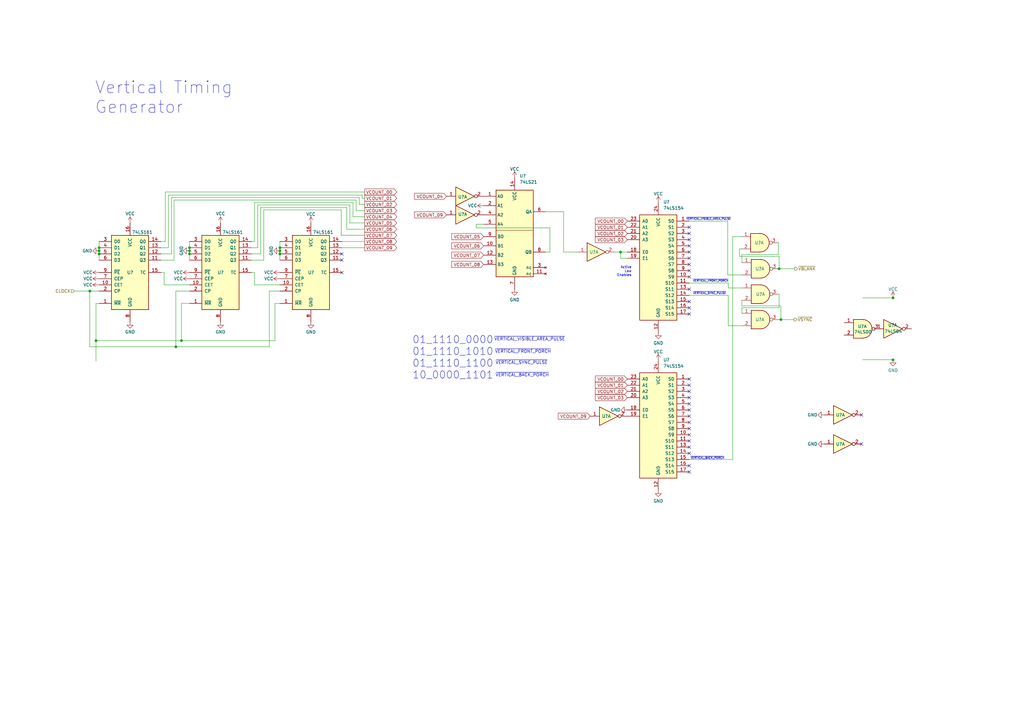
<source format=kicad_sch>
(kicad_sch (version 20211123) (generator eeschema)
  (paper "A3")
  (lib_symbols
    (symbol "74xx:74LS00" (pin_names (offset 1.016))
      (property "Reference" "U" (at 0 1.27 0))
      (property "Value" "74LS00" (at 0 -1.27 0))
      (symbol "74LS00_1_1"
        (arc (start 0 -3.81) (mid 3.81 0) (end 0 3.81) (stroke (width 0.254)) (fill (type background)))
        (polyline (pts (xy 0 3.81) (xy -3.81 3.81) (xy -3.81 -3.81) (xy 0 -3.81)) (stroke (width 0.254)) (fill (type background)))
        (pin input line (at -7.62 2.54 0) (length 3.81) (name "~") (number "1"))
        (pin input line (at -7.62 -2.54 0) (length 3.81) (name "~") (number "2"))
        (pin output inverted (at 7.62 0 180) (length 3.81) (name "~") (number "3"))
      )
      (symbol "74LS00_1_2"
        (arc (start -3.81 -3.81) (mid -2.589 0) (end -3.81 3.81) (stroke (width 0.254)))
        (arc (start -0.6096 -3.81) (mid 2.1855 -2.584) (end 3.81 0) (stroke (width 0.254)) (fill (type background)))
        (polyline (pts (xy -3.81 -3.81) (xy -0.635 -3.81)) (stroke (width 0.254)) (fill (type background)))
        (polyline (pts (xy -3.81 3.81) (xy -0.635 3.81)) (stroke (width 0.254)) (fill (type background)))
        (polyline (pts (xy -0.635 3.81) (xy -3.81 3.81) (xy -3.81 3.81) (xy -3.556 3.4036) (xy -3.0226 2.2606) (xy -2.6924 1.0414) (xy -2.6162 -0.254) (xy -2.7686 -1.4986) (xy -3.175 -2.7178) (xy -3.81 -3.81) (xy -3.81 -3.81) (xy -0.635 -3.81)) (stroke (width -25.4)) (fill (type background)))
        (arc (start 3.81 0) (mid 2.1928 2.5925) (end -0.6096 3.81) (stroke (width 0.254)) (fill (type background)))
        (pin input inverted (at -7.62 2.54 0) (length 4.318) (name "~") (number "1"))
        (pin input inverted (at -7.62 -2.54 0) (length 4.318) (name "~") (number "2"))
        (pin output line (at 7.62 0 180) (length 3.81) (name "~") (number "3"))
      )
      (symbol "74LS00_2_1"
        (arc (start 0 -3.81) (mid 3.81 0) (end 0 3.81) (stroke (width 0.254)) (fill (type background)))
        (polyline (pts (xy 0 3.81) (xy -3.81 3.81) (xy -3.81 -3.81) (xy 0 -3.81)) (stroke (width 0.254)) (fill (type background)))
        (pin input line (at -7.62 2.54 0) (length 3.81) (name "~") (number "4"))
        (pin input line (at -7.62 -2.54 0) (length 3.81) (name "~") (number "5"))
        (pin output inverted (at 7.62 0 180) (length 3.81) (name "~") (number "6"))
      )
      (symbol "74LS00_2_2"
        (arc (start -3.81 -3.81) (mid -2.589 0) (end -3.81 3.81) (stroke (width 0.254)))
        (arc (start -0.6096 -3.81) (mid 2.1855 -2.584) (end 3.81 0) (stroke (width 0.254)) (fill (type background)))
        (polyline (pts (xy -3.81 -3.81) (xy -0.635 -3.81)) (stroke (width 0.254)) (fill (type background)))
        (polyline (pts (xy -3.81 3.81) (xy -0.635 3.81)) (stroke (width 0.254)) (fill (type background)))
        (polyline (pts (xy -0.635 3.81) (xy -3.81 3.81) (xy -3.81 3.81) (xy -3.556 3.4036) (xy -3.0226 2.2606) (xy -2.6924 1.0414) (xy -2.6162 -0.254) (xy -2.7686 -1.4986) (xy -3.175 -2.7178) (xy -3.81 -3.81) (xy -3.81 -3.81) (xy -0.635 -3.81)) (stroke (width -25.4)) (fill (type background)))
        (arc (start 3.81 0) (mid 2.1928 2.5925) (end -0.6096 3.81) (stroke (width 0.254)) (fill (type background)))
        (pin input inverted (at -7.62 2.54 0) (length 4.318) (name "~") (number "4"))
        (pin input inverted (at -7.62 -2.54 0) (length 4.318) (name "~") (number "5"))
        (pin output line (at 7.62 0 180) (length 3.81) (name "~") (number "6"))
      )
      (symbol "74LS00_3_1"
        (arc (start 0 -3.81) (mid 3.81 0) (end 0 3.81) (stroke (width 0.254)) (fill (type background)))
        (polyline (pts (xy 0 3.81) (xy -3.81 3.81) (xy -3.81 -3.81) (xy 0 -3.81)) (stroke (width 0.254)) (fill (type background)))
        (pin input line (at -7.62 -2.54 0) (length 3.81) (name "~") (number "10"))
        (pin output inverted (at 7.62 0 180) (length 3.81) (name "~") (number "8"))
        (pin input line (at -7.62 2.54 0) (length 3.81) (name "~") (number "9"))
      )
      (symbol "74LS00_3_2"
        (arc (start -3.81 -3.81) (mid -2.589 0) (end -3.81 3.81) (stroke (width 0.254)))
        (arc (start -0.6096 -3.81) (mid 2.1855 -2.584) (end 3.81 0) (stroke (width 0.254)) (fill (type background)))
        (polyline (pts (xy -3.81 -3.81) (xy -0.635 -3.81)) (stroke (width 0.254)) (fill (type background)))
        (polyline (pts (xy -3.81 3.81) (xy -0.635 3.81)) (stroke (width 0.254)) (fill (type background)))
        (polyline (pts (xy -0.635 3.81) (xy -3.81 3.81) (xy -3.81 3.81) (xy -3.556 3.4036) (xy -3.0226 2.2606) (xy -2.6924 1.0414) (xy -2.6162 -0.254) (xy -2.7686 -1.4986) (xy -3.175 -2.7178) (xy -3.81 -3.81) (xy -3.81 -3.81) (xy -0.635 -3.81)) (stroke (width -25.4)) (fill (type background)))
        (arc (start 3.81 0) (mid 2.1928 2.5925) (end -0.6096 3.81) (stroke (width 0.254)) (fill (type background)))
        (pin input inverted (at -7.62 -2.54 0) (length 4.318) (name "~") (number "10"))
        (pin output line (at 7.62 0 180) (length 3.81) (name "~") (number "8"))
        (pin input inverted (at -7.62 2.54 0) (length 4.318) (name "~") (number "9"))
      )
      (symbol "74LS00_4_1"
        (arc (start 0 -3.81) (mid 3.81 0) (end 0 3.81) (stroke (width 0.254)) (fill (type background)))
        (polyline (pts (xy 0 3.81) (xy -3.81 3.81) (xy -3.81 -3.81) (xy 0 -3.81)) (stroke (width 0.254)) (fill (type background)))
        (pin output inverted (at 7.62 0 180) (length 3.81) (name "~") (number "11"))
        (pin input line (at -7.62 2.54 0) (length 3.81) (name "~") (number "12"))
        (pin input line (at -7.62 -2.54 0) (length 3.81) (name "~") (number "13"))
      )
      (symbol "74LS00_4_2"
        (arc (start -3.81 -3.81) (mid -2.589 0) (end -3.81 3.81) (stroke (width 0.254)))
        (arc (start -0.6096 -3.81) (mid 2.1855 -2.584) (end 3.81 0) (stroke (width 0.254)) (fill (type background)))
        (polyline (pts (xy -3.81 -3.81) (xy -0.635 -3.81)) (stroke (width 0.254)) (fill (type background)))
        (polyline (pts (xy -3.81 3.81) (xy -0.635 3.81)) (stroke (width 0.254)) (fill (type background)))
        (polyline (pts (xy -0.635 3.81) (xy -3.81 3.81) (xy -3.81 3.81) (xy -3.556 3.4036) (xy -3.0226 2.2606) (xy -2.6924 1.0414) (xy -2.6162 -0.254) (xy -2.7686 -1.4986) (xy -3.175 -2.7178) (xy -3.81 -3.81) (xy -3.81 -3.81) (xy -0.635 -3.81)) (stroke (width -25.4)) (fill (type background)))
        (arc (start 3.81 0) (mid 2.1928 2.5925) (end -0.6096 3.81) (stroke (width 0.254)) (fill (type background)))
        (pin output line (at 7.62 0 180) (length 3.81) (name "~") (number "11"))
        (pin input inverted (at -7.62 2.54 0) (length 4.318) (name "~") (number "12"))
        (pin input inverted (at -7.62 -2.54 0) (length 4.318) (name "~") (number "13"))
      )
      (symbol "74LS00_5_0"
        (pin power_in line (at 0 12.7 270) (length 5.08) (name "VCC") (number "14"))
        (pin power_in line (at 0 -12.7 90) (length 5.08) (name "GND") (number "7"))
      )
      (symbol "74LS00_5_1"
        (rectangle (start -5.08 7.62) (end 5.08 -7.62) (stroke (width 0.254)) (fill (type background)))
      )
    )
    (symbol "74xx:74LS04"
      (property "Reference" "U" (at 0 1.27 0))
      (property "Value" "74LS04" (at 0 -1.27 0))
      (symbol "74LS04_1_0"
        (polyline (pts (xy -3.81 3.81) (xy -3.81 -3.81) (xy 3.81 0) (xy -3.81 3.81)) (stroke (width 0.254)) (fill (type background)))
        (pin input line (at -7.62 0 0) (length 3.81) (name "~") (number "1"))
        (pin output inverted (at 7.62 0 180) (length 3.81) (name "~") (number "2"))
      )
      (symbol "74LS04_2_0"
        (polyline (pts (xy -3.81 3.81) (xy -3.81 -3.81) (xy 3.81 0) (xy -3.81 3.81)) (stroke (width 0.254)) (fill (type background)))
        (pin input line (at -7.62 0 0) (length 3.81) (name "~") (number "3"))
        (pin output inverted (at 7.62 0 180) (length 3.81) (name "~") (number "4"))
      )
      (symbol "74LS04_3_0"
        (polyline (pts (xy -3.81 3.81) (xy -3.81 -3.81) (xy 3.81 0) (xy -3.81 3.81)) (stroke (width 0.254)) (fill (type background)))
        (pin input line (at -7.62 0 0) (length 3.81) (name "~") (number "5"))
        (pin output inverted (at 7.62 0 180) (length 3.81) (name "~") (number "6"))
      )
      (symbol "74LS04_4_0"
        (polyline (pts (xy -3.81 3.81) (xy -3.81 -3.81) (xy 3.81 0) (xy -3.81 3.81)) (stroke (width 0.254)) (fill (type background)))
        (pin output inverted (at 7.62 0 180) (length 3.81) (name "~") (number "8"))
        (pin input line (at -7.62 0 0) (length 3.81) (name "~") (number "9"))
      )
      (symbol "74LS04_5_0"
        (polyline (pts (xy -3.81 3.81) (xy -3.81 -3.81) (xy 3.81 0) (xy -3.81 3.81)) (stroke (width 0.254)) (fill (type background)))
        (pin output inverted (at 7.62 0 180) (length 3.81) (name "~") (number "10"))
        (pin input line (at -7.62 0 0) (length 3.81) (name "~") (number "11"))
      )
      (symbol "74LS04_6_0"
        (polyline (pts (xy -3.81 3.81) (xy -3.81 -3.81) (xy 3.81 0) (xy -3.81 3.81)) (stroke (width 0.254)) (fill (type background)))
        (pin output inverted (at 7.62 0 180) (length 3.81) (name "~") (number "12"))
        (pin input line (at -7.62 0 0) (length 3.81) (name "~") (number "13"))
      )
      (symbol "74LS04_7_0"
        (pin power_in line (at 0 12.7 270) (length 5.08) (name "VCC") (number "14"))
        (pin power_in line (at 0 -12.7 90) (length 5.08) (name "GND") (number "7"))
      )
      (symbol "74LS04_7_1"
        (rectangle (start -5.08 7.62) (end 5.08 -7.62) (stroke (width 0.254)) (fill (type background)))
      )
    )
    (symbol "74xx:74LS154" (pin_names (offset 1.016))
      (property "Reference" "U" (at -7.62 21.59 0))
      (property "Value" "74LS154" (at -7.62 -24.13 0))
      (symbol "74LS154_1_0"
        (pin output line (at 12.7 17.78 180) (length 5.08) (name "S0") (number "1"))
        (pin output line (at 12.7 -5.08 180) (length 5.08) (name "S9") (number "10"))
        (pin output line (at 12.7 -7.62 180) (length 5.08) (name "S10") (number "11"))
        (pin power_in line (at 0 -27.94 90) (length 5.08) (name "GND") (number "12"))
        (pin output line (at 12.7 -10.16 180) (length 5.08) (name "S11") (number "13"))
        (pin output line (at 12.7 -12.7 180) (length 5.08) (name "S12") (number "14"))
        (pin output line (at 12.7 -15.24 180) (length 5.08) (name "S13") (number "15"))
        (pin output line (at 12.7 -17.78 180) (length 5.08) (name "S14") (number "16"))
        (pin output line (at 12.7 -20.32 180) (length 5.08) (name "S15") (number "17"))
        (pin input line (at -12.7 5.08 0) (length 5.08) (name "E0") (number "18"))
        (pin input line (at -12.7 2.54 0) (length 5.08) (name "E1") (number "19"))
        (pin output line (at 12.7 15.24 180) (length 5.08) (name "S1") (number "2"))
        (pin input line (at -12.7 10.16 0) (length 5.08) (name "A3") (number "20"))
        (pin input line (at -12.7 12.7 0) (length 5.08) (name "A2") (number "21"))
        (pin input line (at -12.7 15.24 0) (length 5.08) (name "A1") (number "22"))
        (pin input line (at -12.7 17.78 0) (length 5.08) (name "A0") (number "23"))
        (pin power_in line (at 0 25.4 270) (length 5.08) (name "VCC") (number "24"))
        (pin output line (at 12.7 12.7 180) (length 5.08) (name "S2") (number "3"))
        (pin output line (at 12.7 10.16 180) (length 5.08) (name "S3") (number "4"))
        (pin output line (at 12.7 7.62 180) (length 5.08) (name "S4") (number "5"))
        (pin output line (at 12.7 5.08 180) (length 5.08) (name "S5") (number "6"))
        (pin output line (at 12.7 2.54 180) (length 5.08) (name "S6") (number "7"))
        (pin output line (at 12.7 0 180) (length 5.08) (name "S7") (number "8"))
        (pin output line (at 12.7 -2.54 180) (length 5.08) (name "S8") (number "9"))
      )
      (symbol "74LS154_1_1"
        (rectangle (start -7.62 20.32) (end 7.62 -22.86) (stroke (width 0.254)) (fill (type background)))
      )
    )
    (symbol "74xx:74LS161" (pin_names (offset 1.016))
      (property "Reference" "U" (at -7.62 16.51 0))
      (property "Value" "74LS161" (at -7.62 -16.51 0))
      (symbol "74LS161_1_0"
        (pin input line (at -12.7 -12.7 0) (length 5.08) (name "~{MR}") (number "1"))
        (pin input line (at -12.7 -5.08 0) (length 5.08) (name "CET") (number "10"))
        (pin output line (at 12.7 5.08 180) (length 5.08) (name "Q3") (number "11"))
        (pin output line (at 12.7 7.62 180) (length 5.08) (name "Q2") (number "12"))
        (pin output line (at 12.7 10.16 180) (length 5.08) (name "Q1") (number "13"))
        (pin output line (at 12.7 12.7 180) (length 5.08) (name "Q0") (number "14"))
        (pin output line (at 12.7 0 180) (length 5.08) (name "TC") (number "15"))
        (pin power_in line (at 0 20.32 270) (length 5.08) (name "VCC") (number "16"))
        (pin input line (at -12.7 -7.62 0) (length 5.08) (name "CP") (number "2"))
        (pin input line (at -12.7 12.7 0) (length 5.08) (name "D0") (number "3"))
        (pin input line (at -12.7 10.16 0) (length 5.08) (name "D1") (number "4"))
        (pin input line (at -12.7 7.62 0) (length 5.08) (name "D2") (number "5"))
        (pin input line (at -12.7 5.08 0) (length 5.08) (name "D3") (number "6"))
        (pin input line (at -12.7 -2.54 0) (length 5.08) (name "CEP") (number "7"))
        (pin power_in line (at 0 -20.32 90) (length 5.08) (name "GND") (number "8"))
        (pin input line (at -12.7 0 0) (length 5.08) (name "~{PE}") (number "9"))
      )
      (symbol "74LS161_1_1"
        (rectangle (start -7.62 15.24) (end 7.62 -15.24) (stroke (width 0.254)) (fill (type background)))
      )
    )
    (symbol "LIBRARY-8-bit-computer:74LS21"
      (property "Reference" "U" (at 6.35 -2.54 0))
      (property "Value" "74LS21" (at 6.35 -6.35 0))
      (symbol "74LS21_0_1"
        (polyline (pts (xy -6.35 -25.4) (xy 8.89 -25.4)))
      )
      (symbol "74LS21_1_0"
        (pin input line (at -11.43 -11.43 0) (length 5.08) (name "A0") (number "1"))
        (pin input line (at -11.43 -31.75 0) (length 5.08) (name "B1") (number "10"))
        (pin no_connect line (at 13.97 -43.18 180) (length 5.08) (name "nc") (number "11"))
        (pin input line (at -11.43 -35.56 0) (length 5.08) (name "B2") (number "12"))
        (pin input line (at -11.43 -39.37 0) (length 5.08) (name "B3") (number "13"))
        (pin power_in line (at 1.27 -3.81 270) (length 5.08) (name "VCC") (number "14"))
        (pin input line (at -11.43 -15.24 0) (length 5.08) (name "A1") (number "2"))
        (pin no_connect line (at 13.97 -40.64 180) (length 5.08) (name "nc") (number "3"))
        (pin input line (at -11.43 -19.05 0) (length 5.08) (name "A2") (number "4"))
        (pin input line (at -11.43 -22.86 0) (length 5.08) (name "A4") (number "5"))
        (pin output line (at 13.97 -17.78 180) (length 5.08) (name "QA") (number "6"))
        (pin power_in line (at 1.27 -49.53 90) (length 5.08) (name "GND") (number "7"))
        (pin output line (at 13.97 -34.29 180) (length 5.08) (name "QB") (number "8"))
        (pin input line (at -11.43 -27.94 0) (length 5.08) (name "B0") (number "9"))
      )
      (symbol "74LS21_1_1"
        (rectangle (start -6.35 -8.89) (end 8.89 -44.45) (stroke (width 0.254)) (fill (type background)))
      )
    )
    (symbol "power:GND" (power) (pin_names (offset 0))
      (property "Value" "GND" (at 0 -3.81 0))
      (symbol "GND_0_1"
        (polyline (pts (xy 0 0) (xy 0 -1.27) (xy 1.27 -1.27) (xy 0 -2.54) (xy -1.27 -1.27) (xy 0 -1.27)))
      )
      (symbol "GND_1_1"
        (pin power_in line (at 0 0 270) (length 0) hide (name "GND") (number "1"))
      )
    )
    (symbol "power:VCC" (power) (pin_names (offset 0))
      (property "Value" "VCC" (at 0 3.81 0))
      (symbol "VCC_0_1"
        (polyline (pts (xy -0.762 1.27) (xy 0 2.54)))
        (polyline (pts (xy 0 0) (xy 0 2.54)))
        (polyline (pts (xy 0 2.54) (xy 0.762 1.27)))
      )
      (symbol "VCC_1_1"
        (pin power_in line (at 0 0 90) (length 0) hide (name "VCC") (number "1"))
      )
    )
  )
  (junction (at 77.724 102.87))
  (junction (at 366.268 147.574))
  (junction (at 40.64 101.6))
  (junction (at 77.724 104.14))
  (junction (at 36.83 119.38))
  (junction (at 114.808 102.87))
  (junction (at 114.808 104.14))
  (junction (at 74.422 139.7))
  (junction (at 366.268 122.174))
  (junction (at 40.64 104.14))
  (junction (at 254.508 103.378))
  (junction (at 40.64 102.87))
  (junction (at 114.808 101.6))
  (junction (at 72.136 142.24))
  (junction (at 39.37 139.7))
  (junction (at 77.724 101.6))
  (junction (at 320.294 131.064))
  (junction (at 319.532 110.236))
  (no_connect (at 282.702 173.228))
  (no_connect (at 140.208 111.76))
  (no_connect (at 282.702 126.238))
  (no_connect (at 140.208 104.14))
  (no_connect (at 282.702 105.918))
  (no_connect (at 282.702 165.608))
  (no_connect (at 140.208 106.68))
  (no_connect (at 282.702 113.538))
  (no_connect (at 282.702 103.378))
  (no_connect (at 282.702 108.458))
  (no_connect (at 282.702 160.528))
  (no_connect (at 353.314 170.18))
  (no_connect (at 282.702 185.928))
  (no_connect (at 282.702 95.758))
  (no_connect (at 282.702 163.068))
  (no_connect (at 282.702 110.998))
  (no_connect (at 282.702 98.298))
  (no_connect (at 282.702 180.848))
  (no_connect (at 282.702 128.778))
  (no_connect (at 282.702 191.008))
  (no_connect (at 282.702 193.548))
  (no_connect (at 353.314 182.118))
  (no_connect (at 282.702 168.148))
  (no_connect (at 282.702 123.698))
  (no_connect (at 282.702 155.448))
  (no_connect (at 282.702 157.988))
  (no_connect (at 282.702 93.218))
  (no_connect (at 282.702 178.308))
  (no_connect (at 282.702 183.388))
  (no_connect (at 282.702 100.838))
  (no_connect (at 282.702 175.768))
  (no_connect (at 282.702 170.688))
  (no_connect (at 282.702 118.618))
  (wire (pts (xy 112.776 124.46) (xy 112.776 139.7)))
  (wire (pts (xy 142.24 93.98) (xy 142.24 85.09)))
  (wire (pts (xy 69.088 101.6) (xy 66.04 101.6)))
  (wire (pts (xy 225.552 93.472) (xy 195.326 93.472)))
  (wire (pts (xy 103.124 106.68) (xy 108.204 106.68)))
  (wire (pts (xy 77.724 119.38) (xy 72.136 119.38)))
  (wire (pts (xy 72.136 119.38) (xy 72.136 142.24)))
  (wire (pts (xy 142.24 85.09) (xy 106.934 85.09)))
  (wire (pts (xy 319.532 120.65) (xy 319.532 126.238)))
  (wire (pts (xy 298.45 90.678) (xy 298.45 112.776)))
  (wire (pts (xy 320.294 131.064) (xy 325.628 131.064)))
  (wire (pts (xy 149.606 99.06) (xy 140.208 99.06)))
  (wire (pts (xy 67.31 111.76) (xy 66.04 111.76)))
  (wire (pts (xy 143.51 84.074) (xy 143.51 91.44)))
  (wire (pts (xy 147.32 81.026) (xy 147.32 83.82)))
  (wire (pts (xy 104.394 99.06) (xy 103.124 99.06)))
  (wire (pts (xy 252.222 103.378) (xy 254.508 103.378)))
  (wire (pts (xy 319.532 110.236) (xy 325.882 110.236)))
  (wire (pts (xy 148.59 81.28) (xy 148.59 80.01)))
  (wire (pts (xy 319.532 110.236) (xy 319.532 105.156)))
  (wire (pts (xy 71.374 82.042) (xy 71.374 106.68)))
  (wire (pts (xy 320.294 125.476) (xy 304.292 125.476)))
  (wire (pts (xy 30.48 119.38) (xy 36.83 119.38)))
  (wire (pts (xy 143.51 91.44) (xy 149.606 91.44)))
  (wire (pts (xy 110.49 119.38) (xy 110.49 142.24)))
  (wire (pts (xy 39.37 139.7) (xy 74.422 139.7)))
  (wire (pts (xy 319.278 99.568) (xy 319.278 104.394)))
  (wire (pts (xy 114.808 104.14) (xy 114.808 106.68)))
  (wire (pts (xy 67.818 99.06) (xy 67.818 78.74)))
  (wire (pts (xy 71.374 106.68) (xy 66.04 106.68)))
  (wire (pts (xy 223.774 103.378) (xy 225.552 103.378)))
  (wire (pts (xy 108.204 106.68) (xy 108.204 86.106)))
  (wire (pts (xy 139.954 96.52) (xy 149.606 96.52)))
  (wire (pts (xy 300.482 97.028) (xy 300.482 188.468)))
  (wire (pts (xy 40.64 101.6) (xy 40.64 102.87)))
  (wire (pts (xy 195.326 91.948) (xy 198.374 91.948)))
  (wire (pts (xy 69.088 80.01) (xy 69.088 101.6)))
  (wire (pts (xy 254.508 105.918) (xy 254.508 103.378)))
  (wire (pts (xy 39.37 124.46) (xy 40.64 124.46)))
  (wire (pts (xy 298.704 116.078) (xy 298.704 118.11)))
  (wire (pts (xy 148.59 80.01) (xy 69.088 80.01)))
  (wire (pts (xy 319.532 105.156) (xy 303.276 105.156)))
  (wire (pts (xy 149.606 88.9) (xy 144.78 88.9)))
  (wire (pts (xy 110.49 142.24) (xy 72.136 142.24)))
  (wire (pts (xy 282.702 188.468) (xy 300.482 188.468)))
  (wire (pts (xy 353.822 147.574) (xy 366.268 147.574)))
  (wire (pts (xy 114.808 119.38) (xy 110.49 119.38)))
  (wire (pts (xy 223.774 86.868) (xy 231.14 86.868)))
  (wire (pts (xy 298.704 121.158) (xy 298.704 133.604)))
  (wire (pts (xy 74.422 124.46) (xy 77.724 124.46)))
  (wire (pts (xy 298.45 112.776) (xy 304.292 112.776)))
  (wire (pts (xy 149.606 86.36) (xy 146.05 86.36)))
  (wire (pts (xy 40.64 102.87) (xy 40.64 104.14)))
  (wire (pts (xy 282.702 121.158) (xy 298.704 121.158)))
  (wire (pts (xy 114.808 99.06) (xy 114.808 101.6)))
  (wire (pts (xy 108.204 86.106) (xy 139.954 86.106)))
  (wire (pts (xy 298.704 133.604) (xy 304.292 133.604)))
  (wire (pts (xy 319.532 131.064) (xy 320.294 131.064)))
  (wire (pts (xy 225.552 103.378) (xy 225.552 93.472)))
  (wire (pts (xy 114.808 102.87) (xy 114.808 104.14)))
  (wire (pts (xy 257.302 105.918) (xy 254.508 105.918)))
  (wire (pts (xy 149.606 101.6) (xy 140.208 101.6)))
  (wire (pts (xy 304.292 104.394) (xy 304.292 107.696)))
  (wire (pts (xy 304.292 104.394) (xy 319.278 104.394)))
  (wire (pts (xy 147.32 83.82) (xy 149.606 83.82)))
  (wire (pts (xy 40.64 104.14) (xy 40.64 106.68)))
  (wire (pts (xy 114.808 116.84) (xy 104.394 116.84)))
  (wire (pts (xy 231.14 86.868) (xy 231.14 103.378)))
  (wire (pts (xy 300.482 97.028) (xy 304.038 97.028)))
  (wire (pts (xy 74.422 139.7) (xy 74.422 124.46)))
  (wire (pts (xy 36.83 119.38) (xy 40.64 119.38)))
  (wire (pts (xy 39.37 124.46) (xy 39.37 139.7)))
  (wire (pts (xy 77.724 99.06) (xy 77.724 101.6)))
  (wire (pts (xy 67.31 116.84) (xy 67.31 111.76)))
  (wire (pts (xy 319.532 126.238) (xy 304.292 126.238)))
  (wire (pts (xy 139.954 86.106) (xy 139.954 96.52)))
  (wire (pts (xy 40.64 99.06) (xy 40.64 101.6)))
  (wire (pts (xy 112.776 139.7) (xy 74.422 139.7)))
  (wire (pts (xy 304.292 126.238) (xy 304.292 128.524)))
  (wire (pts (xy 39.37 139.7) (xy 39.37 148.082)))
  (wire (pts (xy 66.04 104.14) (xy 70.358 104.14)))
  (wire (pts (xy 70.358 104.14) (xy 70.358 81.026)))
  (wire (pts (xy 303.276 102.108) (xy 304.038 102.108)))
  (wire (pts (xy 36.83 142.24) (xy 36.83 119.38)))
  (wire (pts (xy 146.05 82.042) (xy 71.374 82.042)))
  (wire (pts (xy 67.818 78.74) (xy 149.606 78.74)))
  (wire (pts (xy 114.808 124.46) (xy 112.776 124.46)))
  (wire (pts (xy 149.606 81.28) (xy 148.59 81.28)))
  (wire (pts (xy 231.14 103.378) (xy 236.982 103.378)))
  (wire (pts (xy 114.808 101.6) (xy 114.808 102.87)))
  (wire (pts (xy 146.05 86.36) (xy 146.05 82.042)))
  (wire (pts (xy 303.276 105.156) (xy 303.276 102.108)))
  (wire (pts (xy 144.78 83.058) (xy 104.394 83.058)))
  (wire (pts (xy 70.358 81.026) (xy 147.32 81.026)))
  (wire (pts (xy 144.78 88.9) (xy 144.78 83.058)))
  (wire (pts (xy 282.702 90.678) (xy 298.45 90.678)))
  (wire (pts (xy 304.292 125.476) (xy 304.292 123.19)))
  (wire (pts (xy 105.664 101.6) (xy 105.664 84.074)))
  (wire (pts (xy 104.394 116.84) (xy 104.394 111.76)))
  (wire (pts (xy 77.724 116.84) (xy 67.31 116.84)))
  (wire (pts (xy 77.724 104.14) (xy 77.724 106.68)))
  (wire (pts (xy 77.724 101.6) (xy 77.724 102.87)))
  (wire (pts (xy 66.04 99.06) (xy 67.818 99.06)))
  (wire (pts (xy 149.606 93.98) (xy 142.24 93.98)))
  (wire (pts (xy 298.704 118.11) (xy 304.292 118.11)))
  (wire (pts (xy 106.934 104.14) (xy 103.124 104.14)))
  (wire (pts (xy 195.326 93.472) (xy 195.326 91.948)))
  (wire (pts (xy 282.702 116.078) (xy 298.704 116.078)))
  (wire (pts (xy 104.394 111.76) (xy 103.124 111.76)))
  (wire (pts (xy 72.136 142.24) (xy 36.83 142.24)))
  (wire (pts (xy 353.822 122.174) (xy 366.268 122.174)))
  (wire (pts (xy 104.394 83.058) (xy 104.394 99.06)))
  (wire (pts (xy 77.724 102.87) (xy 77.724 104.14)))
  (wire (pts (xy 106.934 85.09) (xy 106.934 104.14)))
  (wire (pts (xy 320.294 131.064) (xy 320.294 125.476)))
  (wire (pts (xy 254.508 103.378) (xy 257.302 103.378)))
  (wire (pts (xy 105.664 84.074) (xy 143.51 84.074)))
  (wire (pts (xy 103.124 101.6) (xy 105.664 101.6)))
  (text "Vertical Timing\nGenerator" (at 38.862 46.99 0) (effects (font (size 5 5)) (justify left bottom)))
  (text "~{VERTICAL_SYNC_PULSE}" (at 284.226 120.904 0) (effects (font (size 0.8 0.8)) (justify left bottom)))
  (text "~{VERTICAL_VISIBLE_AREA_PULSE}" (at 202.692 139.954 0) (effects (font (size 1.27 1.27)) (justify left bottom)))
  (text "~{VERTICAL_FRONT_PORCH}" (at 284.226 115.824 0) (effects (font (size 0.8 0.8)) (justify left bottom)))
  (text "01_1110_0000\n01_1110_1010\n01_1110_1100\n10_0000_1101" (at 202.438 155.702 0) (effects (font (size 3 3)) (justify right bottom)))
  (text "Active\nLow\nEnables" (at 259.08 113.538 180) (effects (font (size 1 1)) (justify right bottom)))
  (text "~{VERTICAL_VISIBLE_AREA_PULSE}" (at 281.432 90.424 0) (effects (font (size 0.8 0.8)) (justify left bottom)))
  (text "~{VERTICAL_FRONT_PORCH}" (at 202.946 145.034 0) (effects (font (size 1.27 1.27)) (justify left bottom)))
  (text "~{VERTICAL_SYNC_PULSE}" (at 203.2 149.606 0) (effects (font (size 1.27 1.27)) (justify left bottom)))
  (text "~{VERTICAL_BACK_PORCH}" (at 283.21 188.468 0) (effects (font (size 0.8 0.8)) (justify left bottom)))
  (text "~{VERTICAL_BACK_PORCH}" (at 203.2 154.686 0) (effects (font (size 1.27 1.27)) (justify left bottom)))
  (global_label "VCOUNT_02" (shape output) (at 149.606 83.82 0) (property "Intersheet References" "${INTERSHEET_REFS}" (effects hide)))
  (global_label "VCOUNT_00" (shape input) (at 257.302 155.448 180) (property "Intersheet References" "${INTERSHEET_REFS}" (effects hide)))
  (global_label "VCOUNT_07" (shape output) (at 149.606 96.52 0) (property "Intersheet References" "${INTERSHEET_REFS}" (effects hide)))
  (global_label "VCOUNT_06" (shape output) (at 149.606 93.98 0) (property "Intersheet References" "${INTERSHEET_REFS}" (effects hide)))
  (global_label "VCOUNT_01" (shape input) (at 257.302 93.218 180) (property "Intersheet References" "${INTERSHEET_REFS}" (effects hide)))
  (global_label "VCOUNT_03" (shape output) (at 149.606 86.36 0) (property "Intersheet References" "${INTERSHEET_REFS}" (effects hide)))
  (global_label "VCOUNT_04" (shape output) (at 149.606 88.9 0) (property "Intersheet References" "${INTERSHEET_REFS}" (effects hide)))
  (global_label "VCOUNT_00" (shape input) (at 257.302 90.678 180) (property "Intersheet References" "${INTERSHEET_REFS}" (effects hide)))
  (global_label "VCOUNT_08" (shape input) (at 198.374 108.458 180) (property "Intersheet References" "${INTERSHEET_REFS}" (effects hide)))
  (global_label "VCOUNT_05" (shape input) (at 198.374 97.028 180) (property "Intersheet References" "${INTERSHEET_REFS}" (effects hide)))
  (global_label "VCOUNT_02" (shape input) (at 257.302 95.758 180) (property "Intersheet References" "${INTERSHEET_REFS}" (effects hide)))
  (global_label "VCOUNT_01" (shape input) (at 257.302 157.988 180) (property "Intersheet References" "${INTERSHEET_REFS}" (effects hide)))
  (global_label "VCOUNT_08" (shape output) (at 149.606 99.06 0) (property "Intersheet References" "${INTERSHEET_REFS}" (effects hide)))
  (global_label "VCOUNT_03" (shape input) (at 257.302 98.298 180) (property "Intersheet References" "${INTERSHEET_REFS}" (effects hide)))
  (global_label "VCOUNT_09" (shape input) (at 183.134 88.138 180) (property "Intersheet References" "${INTERSHEET_REFS}" (effects hide)))
  (global_label "VCOUNT_00" (shape output) (at 149.606 78.74 0) (property "Intersheet References" "${INTERSHEET_REFS}" (effects hide)))
  (global_label "VCOUNT_09" (shape input) (at 242.062 170.688 180) (property "Intersheet References" "${INTERSHEET_REFS}" (effects hide)))
  (global_label "VCOUNT_09" (shape output) (at 149.606 101.6 0) (property "Intersheet References" "${INTERSHEET_REFS}" (effects hide)))
  (global_label "VCOUNT_04" (shape input) (at 183.134 80.518 180) (property "Intersheet References" "${INTERSHEET_REFS}" (effects hide)))
  (global_label "VCOUNT_05" (shape output) (at 149.606 91.44 0) (property "Intersheet References" "${INTERSHEET_REFS}" (effects hide)))
  (global_label "VCOUNT_06" (shape input) (at 198.374 100.838 180) (property "Intersheet References" "${INTERSHEET_REFS}" (effects hide)))
  (global_label "VCOUNT_01" (shape output) (at 149.606 81.28 0) (property "Intersheet References" "${INTERSHEET_REFS}" (effects hide)))
  (global_label "VCOUNT_02" (shape input) (at 257.302 160.528 180) (property "Intersheet References" "${INTERSHEET_REFS}" (effects hide)))
  (global_label "VCOUNT_07" (shape input) (at 198.374 104.648 180) (property "Intersheet References" "${INTERSHEET_REFS}" (effects hide)))
  (global_label "VCOUNT_03" (shape input) (at 257.302 163.068 180) (property "Intersheet References" "${INTERSHEET_REFS}" (effects hide)))
  (hierarchical_label "~{VBLANK}" (shape output) (at 325.882 110.236 0))
  (hierarchical_label "CLOCK" (shape input) (at 30.48 119.38 180))
  (hierarchical_label "~{VSYNC}" (shape output) (at 325.628 131.064 0))
  (symbol (lib_id "power:GND") (at 53.34 132.08 0)
    (property "Reference" "#PWR?" (effects hide))
    (property "Value" "GND" (at 53.34 136.144 0))
  )
  (symbol (lib_id "power:GND") (at 77.724 102.87 270)
    (property "Reference" "#PWR?" (effects hide))
    (property "Value" "GND" (at 74.422 102.87 0))
  )
  (symbol (lib_id "power:VCC") (at 40.64 114.3 90)
    (property "Reference" "#PWR?" (effects hide))
    (property "Value" "VCC" (at 36.068 114.3 90))
  )
  (symbol (lib_id "power:GND") (at 257.302 168.148 270)
    (property "Reference" "#PWR?" (effects hide))
    (property "Value" "GND" (at 252.476 168.148 90))
  )
  (symbol (lib_id "74xx:74LS154") (at 270.002 108.458 0)
    (property "Reference" "U?" (at 272.0214 82.804 0) (effects (justify left)))
    (property "Value" "74LS154" (at 272.0214 85.344 0) (effects (justify left)))
    (property "Footprint" "Package_DIP:DIP-24_W7.62mm" (effects hide))
    (property "Datasheet" "http://www.ti.com/lit/gpn/sn74LS154" (effects hide))
  )
  (symbol (lib_id "power:VCC") (at 211.074 72.898 0)
    (property "Reference" "#PWR?" (effects hide))
    (property "Value" "VCC" (at 211.074 69.342 0))
  )
  (symbol (lib_id "power:VCC") (at 53.34 91.44 0)
    (property "Reference" "#PWR?" (effects hide))
    (property "Value" "VCC" (at 53.34 87.63 0))
  )
  (symbol (lib_id "74xx:74LS04") (at 244.602 103.378 0)
    (property "Reference" "U?" (at 243.586 103.378 0))
    (property "Value" "74LS04" (effects hide))
    (property "Footprint" "Package_DIP:DIP-14_W7.62mm" (effects hide))
    (property "Datasheet" "http://www.ti.com/lit/gpn/sn74LS04" (effects hide))
  )
  (symbol (lib_id "power:VCC") (at 270.002 147.828 0)
    (property "Reference" "#PWR?" (effects hide))
    (property "Value" "VCC" (at 270.002 144.272 0))
  )
  (symbol (lib_id "power:GND") (at 211.074 118.618 0)
    (property "Reference" "#PWR?" (effects hide))
    (property "Value" "GND" (at 211.074 122.936 0))
  )
  (symbol (lib_id "LIBRARY-8-bit-computer:74LS21") (at 209.804 69.088 0)
    (property "Reference" "U?" (at 213.0934 72.136 0) (effects (justify left)))
    (property "Value" "74LS21" (at 213.0934 74.676 0) (effects (justify left)))
    (property "Footprint" "Package_DIP:DIP-14_W7.62mm" (effects hide))
  )
  (symbol (lib_id "74xx:74LS00") (at 353.822 134.874 0)
    (property "Reference" "U?" (at 351.79 133.858 0) (effects (justify left)))
    (property "Value" "74LS00" (at 350.266 136.144 0) (effects (justify left)))
    (property "Footprint" "Package_DIP:DIP-14_W7.62mm" (effects hide))
    (property "Datasheet" "http://www.ti.com/lit/gpn/sn74ls00" (effects hide))
  )
  (symbol (lib_id "74xx:74LS04") (at 345.694 182.118 0)
    (property "Reference" "U?" (at 344.678 182.118 0))
    (property "Value" "74LS04" (effects hide))
    (property "Footprint" "Package_DIP:DIP-14_W7.62mm" (effects hide))
    (property "Datasheet" "http://www.ti.com/lit/gpn/sn74LS04" (effects hide))
  )
  (symbol (lib_id "74xx:74LS161") (at 127.508 111.76 0)
    (property "Reference" "U?" (at 126.238 111.76 0) (effects (justify left)))
    (property "Value" "74LS161" (at 128.27 95.25 0) (effects (justify left)))
    (property "Footprint" "Package_DIP:DIP-16_W7.62mm" (effects hide))
    (property "Datasheet" "http://www.ti.com/lit/gpn/sn74LS161" (effects hide))
  )
  (symbol (lib_id "74xx:74LS04") (at 366.268 134.874 0)
    (property "Reference" "U?" (at 364.236 133.35 0) (effects (justify left)))
    (property "Value" "74LS04" (at 362.712 135.89 0) (effects (justify left)))
    (property "Footprint" "Package_DIP:DIP-14_W7.62mm" (effects hide))
    (property "Datasheet" "http://www.ti.com/lit/gpn/sn74LS04" (effects hide))
  )
  (symbol (lib_id "74xx:74LS161") (at 90.424 111.76 0)
    (property "Reference" "U?" (at 89.154 111.76 0) (effects (justify left)))
    (property "Value" "74LS161" (at 91.186 95.25 0) (effects (justify left)))
    (property "Footprint" "Package_DIP:DIP-16_W7.62mm" (effects hide))
    (property "Datasheet" "http://www.ti.com/lit/gpn/sn74LS161" (effects hide))
  )
  (symbol (lib_id "74xx:74LS00") (at 311.912 131.064 0)
    (property "Reference" "U?" (at 311.658 131.064 0))
    (property "Value" "74LS00" (effects hide))
    (property "Footprint" "Package_DIP:DIP-14_W7.62mm" (effects hide))
    (property "Datasheet" "http://www.ti.com/lit/gpn/sn74ls00" (effects hide))
  )
  (symbol (lib_id "power:GND") (at 270.002 136.398 0)
    (property "Reference" "#PWR?" (effects hide))
    (property "Value" "GND" (at 270.002 140.716 0))
  )
  (symbol (lib_id "power:GND") (at 127.508 132.08 0)
    (property "Reference" "#PWR?" (effects hide))
    (property "Value" "GND" (at 127.508 136.144 0))
  )
  (symbol (lib_id "power:GND") (at 40.64 102.87 270)
    (property "Reference" "#PWR?" (effects hide))
    (property "Value" "GND" (at 35.814 102.87 90))
  )
  (symbol (lib_id "power:VCC") (at 127.508 91.44 0)
    (property "Reference" "#PWR?" (effects hide))
    (property "Value" "VCC" (at 127.508 87.884 0))
  )
  (symbol (lib_id "power:GND") (at 270.002 201.168 0)
    (property "Reference" "#PWR?" (effects hide))
    (property "Value" "GND" (at 270.002 205.486 0))
  )
  (symbol (lib_id "power:GND") (at 90.424 132.08 0)
    (property "Reference" "#PWR?" (effects hide))
    (property "Value" "GND" (at 90.424 136.144 0))
  )
  (symbol (lib_id "power:GND") (at 338.074 182.118 270)
    (property "Reference" "#PWR?" (effects hide))
    (property "Value" "GND" (at 333.248 182.118 90))
  )
  (symbol (lib_id "74xx:74LS04") (at 345.694 170.18 0)
    (property "Reference" "U?" (at 344.678 170.18 0))
    (property "Value" "74LS04" (effects hide))
    (property "Footprint" "Package_DIP:DIP-14_W7.62mm" (effects hide))
    (property "Datasheet" "http://www.ti.com/lit/gpn/sn74LS04" (effects hide))
  )
  (symbol (lib_id "power:VCC") (at 114.808 111.76 90)
    (property "Reference" "#PWR?" (effects hide))
    (property "Value" "VCC" (at 110.236 111.76 90))
  )
  (symbol (lib_id "74xx:74LS154") (at 270.002 173.228 0)
    (property "Reference" "U?" (at 272.0214 147.574 0) (effects (justify left)))
    (property "Value" "74LS154" (at 272.0214 150.114 0) (effects (justify left)))
    (property "Footprint" "Package_DIP:DIP-24_W7.62mm" (effects hide))
    (property "Datasheet" "http://www.ti.com/lit/gpn/sn74LS154" (effects hide))
  )
  (symbol (lib_id "power:GND") (at 366.268 147.574 0)
    (property "Reference" "#PWR?" (effects hide))
    (property "Value" "GND" (at 366.268 151.892 0))
  )
  (symbol (lib_id "power:VCC") (at 90.424 91.44 0)
    (property "Reference" "#PWR?" (effects hide))
    (property "Value" "VCC" (at 90.424 87.63 0))
  )
  (symbol (lib_id "74xx:74LS00") (at 311.912 120.65 0)
    (property "Reference" "U?" (at 311.912 120.65 0))
    (property "Value" "74LS00" (effects hide))
    (property "Footprint" "Package_DIP:DIP-14_W7.62mm" (effects hide))
    (property "Datasheet" "http://www.ti.com/lit/gpn/sn74ls00" (effects hide))
  )
  (symbol (lib_id "74xx:74LS04") (at 190.754 88.138 0)
    (property "Reference" "U?" (at 189.738 87.884 0))
    (property "Value" "74LS04" (effects hide))
    (property "Footprint" "Package_DIP:DIP-14_W7.62mm" (effects hide))
    (property "Datasheet" "http://www.ti.com/lit/gpn/sn74LS04" (effects hide))
  )
  (symbol (lib_id "power:VCC") (at 40.64 111.76 90)
    (property "Reference" "#PWR?" (effects hide))
    (property "Value" "VCC" (at 36.068 111.76 90))
  )
  (symbol (lib_id "74xx:74LS00") (at 311.658 99.568 0)
    (property "Reference" "U?" (at 311.404 99.568 0))
    (property "Value" "74LS00" (effects hide))
    (property "Footprint" "Package_DIP:DIP-14_W7.62mm" (effects hide))
    (property "Datasheet" "http://www.ti.com/lit/gpn/sn74ls00" (effects hide))
  )
  (symbol (lib_id "power:VCC") (at 40.64 116.84 90)
    (property "Reference" "#PWR?" (effects hide))
    (property "Value" "VCC" (at 36.068 116.84 90))
  )
  (symbol (lib_id "74xx:74LS161") (at 53.34 111.76 0)
    (property "Reference" "U?" (at 52.07 111.76 0) (effects (justify left)))
    (property "Value" "74LS161" (at 54.102 95.25 0) (effects (justify left)))
    (property "Footprint" "Package_DIP:DIP-16_W7.62mm" (effects hide))
    (property "Datasheet" "http://www.ti.com/lit/gpn/sn74LS161" (effects hide))
  )
  (symbol (lib_id "power:VCC") (at 366.268 122.174 0)
    (property "Reference" "#PWR?" (effects hide))
    (property "Value" "VCC" (at 366.268 118.618 0))
  )
  (symbol (lib_id "74xx:74LS04") (at 190.754 80.518 0)
    (property "Reference" "U?" (at 189.738 80.772 0))
    (property "Value" "74LS04" (effects hide))
    (property "Footprint" "Package_DIP:DIP-14_W7.62mm" (effects hide))
    (property "Datasheet" "http://www.ti.com/lit/gpn/sn74LS04" (effects hide))
  )
  (symbol (lib_id "power:VCC") (at 198.374 84.328 90)
    (property "Reference" "#PWR?" (effects hide))
    (property "Value" "VCC" (at 193.802 84.328 90))
  )
  (symbol (lib_id "power:VCC") (at 77.724 114.3 90)
    (property "Reference" "#PWR?" (effects hide))
    (property "Value" "VCC" (at 73.152 114.3 90))
  )
  (symbol (lib_id "power:VCC") (at 77.724 111.76 90)
    (property "Reference" "#PWR?" (effects hide))
    (property "Value" "VCC" (at 73.152 111.76 90))
  )
  (symbol (lib_id "74xx:74LS04") (at 249.682 170.688 0)
    (property "Reference" "U?" (at 248.666 170.688 0))
    (property "Value" "74LS04" (effects hide))
    (property "Footprint" "Package_DIP:DIP-14_W7.62mm" (effects hide))
    (property "Datasheet" "http://www.ti.com/lit/gpn/sn74LS04" (effects hide))
  )
  (symbol (lib_id "power:GND") (at 338.074 170.18 270)
    (property "Reference" "#PWR?" (effects hide))
    (property "Value" "GND" (at 333.248 170.18 90))
  )
  (symbol (lib_id "power:VCC") (at 114.808 114.3 90)
    (property "Reference" "#PWR?" (effects hide))
    (property "Value" "VCC" (at 110.236 114.3 90))
  )
  (symbol (lib_id "power:GND") (at 114.808 102.87 270)
    (property "Reference" "#PWR?" (effects hide))
    (property "Value" "GND" (at 111.252 102.87 0))
  )
  (symbol (lib_id "power:VCC") (at 270.002 83.058 0)
    (property "Reference" "#PWR?" (effects hide))
    (property "Value" "VCC" (at 270.002 79.502 0))
  )
  (symbol (lib_id "74xx:74LS00") (at 311.912 110.236 0)
    (property "Reference" "U?" (at 311.658 110.236 0))
    (property "Value" "74LS00" (effects hide))
    (property "Footprint" "Package_DIP:DIP-14_W7.62mm" (effects hide))
    (property "Datasheet" "http://www.ti.com/lit/gpn/sn74ls00" (effects hide))
  )
)
</source>
